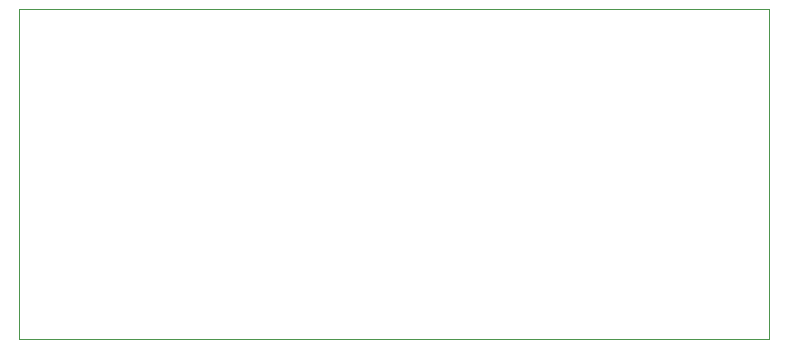
<source format=gbr>
G04 #@! TF.GenerationSoftware,KiCad,Pcbnew,(5.1.5)-3*
G04 #@! TF.CreationDate,2021-01-14T16:52:46-05:00*
G04 #@! TF.ProjectId,MOSFET_test_board,4d4f5346-4554-45f7-9465-73745f626f61,rev?*
G04 #@! TF.SameCoordinates,Original*
G04 #@! TF.FileFunction,Profile,NP*
%FSLAX46Y46*%
G04 Gerber Fmt 4.6, Leading zero omitted, Abs format (unit mm)*
G04 Created by KiCad (PCBNEW (5.1.5)-3) date 2021-01-14 16:52:46*
%MOMM*%
%LPD*%
G04 APERTURE LIST*
%ADD10C,0.050000*%
G04 APERTURE END LIST*
D10*
X89750000Y-44500000D02*
X26250000Y-44500000D01*
X89750000Y-72500000D02*
X89750000Y-44500000D01*
X26250000Y-72500000D02*
X89750000Y-72500000D01*
X26250000Y-44500000D02*
X26250000Y-72500000D01*
M02*

</source>
